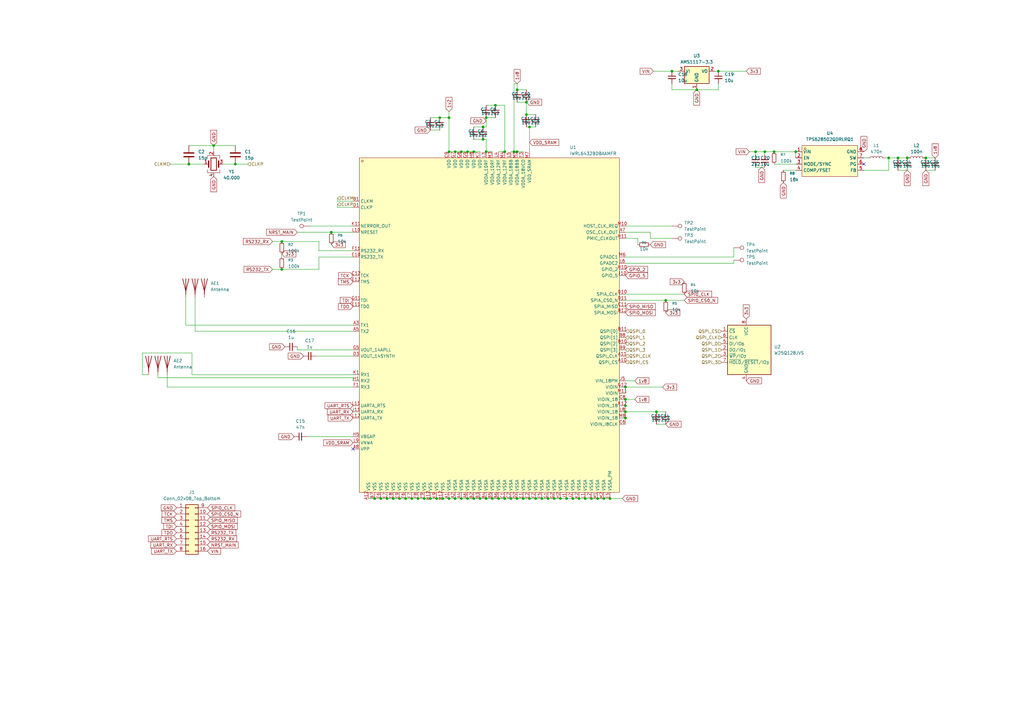
<source format=kicad_sch>
(kicad_sch (version 20250114) (generator "eeschema") (generator_version "9.0")
  (paper "A3")
  (lib_symbols
    (symbol "Connector:TestPoint" (pin_numbers (hide yes)) (pin_names (offset 0.762) (hide yes))
      (property "Reference" "TP" (at 0 6.858 0))
      (property "Value" "TestPoint" (at 0 5.08 0))
      (symbol "TestPoint_1_1"
        (pin passive line (at 0 0 90) (length 2.54) (name "1") (number "1"))
      )
    )
    (symbol "Connector_Generic:Conn_02x08_Top_Bottom" (pin_names (offset 1.016) (hide yes))
      (property "Reference" "J" (at 1.27 10.16 0))
      (property "Value" "Conn_02x08_Top_Bottom" (at 1.27 -12.7 0))
      (symbol "Conn_02x08_Top_Bottom_1_1"
        (pin passive line (at -5.08 7.62 0) (length 3.81) (name "Pin_1") (number "1"))
        (pin passive line (at -5.08 5.08 0) (length 3.81) (name "Pin_2") (number "2"))
        (pin passive line (at -5.08 2.54 0) (length 3.81) (name "Pin_3") (number "3"))
        (pin passive line (at -5.08 0 0) (length 3.81) (name "Pin_4") (number "4"))
        (pin passive line (at -5.08 -2.54 0) (length 3.81) (name "Pin_5") (number "5"))
        (pin passive line (at -5.08 -5.08 0) (length 3.81) (name "Pin_6") (number "6"))
        (pin passive line (at -5.08 -7.62 0) (length 3.81) (name "Pin_7") (number "7"))
        (pin passive line (at -5.08 -10.16 0) (length 3.81) (name "Pin_8") (number "8"))
        (pin passive line (at 7.62 7.62 180) (length 3.81) (name "Pin_9") (number "9"))
        (pin passive line (at 7.62 5.08 180) (length 3.81) (name "Pin_10") (number "10"))
        (pin passive line (at 7.62 2.54 180) (length 3.81) (name "Pin_11") (number "11"))
        (pin passive line (at 7.62 0 180) (length 3.81) (name "Pin_12") (number "12"))
        (pin passive line (at 7.62 -2.54 180) (length 3.81) (name "Pin_13") (number "13"))
        (pin passive line (at 7.62 -5.08 180) (length 3.81) (name "Pin_14") (number "14"))
        (pin passive line (at 7.62 -7.62 180) (length 3.81) (name "Pin_15") (number "15"))
        (pin passive line (at 7.62 -10.16 180) (length 3.81) (name "Pin_16") (number "16"))
      )
    )
    (symbol "Device:Antenna_1" (pin_numbers (hide yes)) (pin_names (offset 1.016) (hide yes))
      (property "Reference" "AE" (at -1.905 1.905 0))
      (property "Value" "Antenna" (at -1.905 0 0))
      (symbol "Antenna_1_1_1"
        (pin input line (at 0 -5.08 90) (length 2.54) (name "A") (number "1"))
        (pin input line (at 3.81 -5.08 90) (length 2.54) (name "A") (number "2"))
        (pin input line (at 7.62 -5.08 90) (length 2.54) (name "A") (number "3"))
      )
    )
    (symbol "Device:C" (pin_numbers (hide yes)) (pin_names (offset 0.254))
      (property "Reference" "C" (at 0.635 2.54 0))
      (property "Value" "C" (at 0.635 -2.54 0))
      (symbol "C_1_1"
        (pin passive line (at 0 3.81 270) (length 2.794) (name "~") (number "1"))
        (pin passive line (at 0 -3.81 90) (length 2.794) (name "~") (number "2"))
      )
    )
    (symbol "Device:C_Small" (pin_numbers (hide yes)) (pin_names (offset 0.254) (hide yes))
      (property "Reference" "C" (at 0.254 1.778 0))
      (property "Value" "C_Small" (at 0.254 -2.032 0))
      (symbol "C_Small_1_1"
        (pin passive line (at 0 2.54 270) (length 2.032) (name "~") (number "1"))
        (pin passive line (at 0 -2.54 90) (length 2.032) (name "~") (number "2"))
      )
    )
    (symbol "Device:Crystal_GND24" (pin_names (offset 1.016) (hide yes))
      (property "Reference" "Y" (at 3.175 5.08 0))
      (property "Value" "Crystal_GND24" (at 3.175 3.175 0))
      (symbol "Crystal_GND24_1_1"
        (pin passive line (at -3.81 0 0) (length 1.27) (name "1") (number "1"))
        (pin passive line (at 0 5.08 270) (length 1.27) (name "2") (number "2"))
        (pin passive line (at 0 -5.08 90) (length 1.27) (name "4") (number "4"))
        (pin passive line (at 3.81 0 180) (length 1.27) (name "3") (number "3"))
      )
    )
    (symbol "Device:L" (pin_numbers (hide yes)) (pin_names (offset 1.016) (hide yes))
      (property "Reference" "L" (at -1.27 0 90))
      (property "Value" "L" (at 1.905 0 90))
      (symbol "L_1_1"
        (pin passive line (at 0 3.81 270) (length 1.27) (name "1") (number "1"))
        (pin passive line (at 0 -3.81 90) (length 1.27) (name "2") (number "2"))
      )
    )
    (symbol "Device:R_Small" (pin_numbers (hide yes)) (pin_names (offset 0.254) (hide yes))
      (property "Reference" "R" (at 0 0 90))
      (property "Value" "R_Small" (at 1.778 0 90))
      (symbol "R_Small_1_1"
        (pin passive line (at 0 2.54 270) (length 0.762) (name "~") (number "1"))
        (pin passive line (at 0 -2.54 90) (length 0.762) (name "~") (number "2"))
      )
    )
    (symbol "Memory_Flash:W25Q128JVS"
      (property "Reference" "U" (at -6.35 11.43 0))
      (property "Value" "W25Q128JVS" (at 7.62 11.43 0))
      (symbol "W25Q128JVS_1_1"
        (pin input line (at -10.16 7.62 0) (length 2.54) (name "~{CS}") (number "1"))
        (pin input line (at -10.16 5.08 0) (length 2.54) (name "CLK") (number "6"))
        (pin bidirectional line (at -10.16 2.54 0) (length 2.54) (name "DI/IO_{0}") (number "5"))
        (pin bidirectional line (at -10.16 0 0) (length 2.54) (name "DO/IO_{1}") (number "2"))
        (pin bidirectional line (at -10.16 -2.54 0) (length 2.54) (name "~{WP}/IO_{2}") (number "3"))
        (pin bidirectional line (at -10.16 -5.08 0) (length 2.54) (name "~{HOLD}/~{RESET}/IO_{3}") (number "7"))
        (pin power_in line (at 0 12.7 270) (length 2.54) (name "VCC") (number "8"))
        (pin power_in line (at 0 -12.7 90) (length 2.54) (name "GND") (number "4"))
      )
    )
    (symbol "Regulator_Linear:AMS1117-3.3"
      (property "Reference" "U" (at -3.81 3.175 0))
      (property "Value" "AMS1117-3.3" (at 0 3.175 0))
      (symbol "AMS1117-3.3_1_1"
        (pin power_in line (at -7.62 0 0) (length 2.54) (name "VI") (number "3"))
        (pin power_in line (at 0 -7.62 90) (length 2.54) (name "GND") (number "1"))
        (pin power_out line (at 7.62 0 180) (length 2.54) (name "VO") (number "2"))
      )
    )
    (symbol "easyeda2kicad:IWRL6432BDBAAMFR"
      (property "Reference" "U" (at 0 76.2 0))
      (property "Value" "IWRL6432BDBAAMFR" (at 0 -76.2 0))
      (symbol "IWRL6432BDBAAMFR_0_1"
        (pin unspecified line (at -55.88 50.8 0) (length 2.54) (name "CLKM") (number "B1"))
        (pin unspecified line (at -55.88 48.26 0) (length 2.54) (name "CLKP") (number "D1"))
        (pin unspecified line (at -55.88 40.64 0) (length 2.54) (name "NERROR_OUT") (number "K11"))
        (pin unspecified line (at -55.88 38.1 0) (length 2.54) (name "NRESET") (number "L10"))
        (pin unspecified line (at -55.88 30.48 0) (length 2.54) (name "RS232_RX") (number "F11"))
        (pin unspecified line (at -55.88 27.94 0) (length 2.54) (name "RS232_TX") (number "E10"))
        (pin unspecified line (at -55.88 20.32 0) (length 2.54) (name "TCK") (number "C12"))
        (pin unspecified line (at -55.88 17.78 0) (length 2.54) (name "TMS") (number "E12"))
        (pin unspecified line (at -55.88 10.16 0) (length 2.54) (name "TDI") (number "G11"))
        (pin unspecified line (at -55.88 7.62 0) (length 2.54) (name "TDO") (number "E11"))
        (pin unspecified line (at -55.88 0 0) (length 2.54) (name "TX1") (number "A3"))
        (pin unspecified line (at -55.88 -2.54 0) (length 2.54) (name "TX2") (number "A5"))
        (pin unspecified line (at -55.88 -10.16 0) (length 2.54) (name "VOUT_14APLL") (number "G5"))
        (pin unspecified line (at -55.88 -12.7 0) (length 2.54) (name "VOUT_14SYNTH") (number "D3"))
        (pin unspecified line (at -55.88 -20.32 0) (length 2.54) (name "RX1") (number "K1"))
        (pin unspecified line (at -55.88 -22.86 0) (length 2.54) (name "RX2") (number "H1"))
        (pin unspecified line (at -55.88 -25.4 0) (length 2.54) (name "RX3") (number "F1"))
        (pin unspecified line (at -55.88 -33.02 0) (length 2.54) (name "UARTA_RTS") (number "L11"))
        (pin unspecified line (at -55.88 -35.56 0) (length 2.54) (name "UARTA_RX") (number "J11"))
        (pin unspecified line (at -55.88 -38.1 0) (length 2.54) (name "UARTA_TX") (number "L12"))
        (pin unspecified line (at -55.88 -45.72 0) (length 2.54) (name "VBGAP") (number "H5"))
        (pin unspecified line (at -55.88 -48.26 0) (length 2.54) (name "VNWA") (number "L9"))
        (pin unspecified line (at -55.88 -50.8 0) (length 2.54) (name "VPP") (number "A8"))
        (pin unspecified line (at -49.53 -71.12 90) (length 2.54) (name "VSS") (number "A12"))
        (pin unspecified line (at -46.99 -71.12 90) (length 2.54) (name "VSS") (number "B7"))
        (pin unspecified line (at -44.45 -71.12 90) (length 2.54) (name "VSS") (number "E6"))
        (pin unspecified line (at -41.91 -71.12 90) (length 2.54) (name "VSS") (number "E7"))
        (pin unspecified line (at -39.37 -71.12 90) (length 2.54) (name "VSS") (number "E8"))
        (pin unspecified line (at -36.83 -71.12 90) (length 2.54) (name "VSS") (number "E9"))
        (pin unspecified line (at -34.29 -71.12 90) (length 2.54) (name "VSS") (number "F6"))
        (pin unspecified line (at -31.75 -71.12 90) (length 2.54) (name "VSS") (number "F7"))
        (pin unspecified line (at -29.21 -71.12 90) (length 2.54) (name "VSS") (number "F8"))
        (pin unspecified line (at -26.67 -71.12 90) (length 2.54) (name "VSS") (number "F9"))
        (pin unspecified line (at -24.13 -71.12 90) (length 2.54) (name "VSS") (number "H12"))
        (pin unspecified line (at -21.59 -71.12 90) (length 2.54) (name "VSS") (number "K9"))
        (pin unspecified line (at -19.05 -71.12 90) (length 2.54) (name "VSS") (number "M12"))
        (pin unspecified line (at -16.51 71.12 270) (length 2.54) (name "VDD") (number "C9"))
        (pin unspecified line (at -16.51 -71.12 90) (length 2.54) (name "VSSA") (number "A1"))
        (pin unspecified line (at -13.97 71.12 270) (length 2.54) (name "VDD") (number "G7"))
        (pin unspecified line (at -13.97 -71.12 90) (length 2.54) (name "VSSA") (number "A2"))
        (pin unspecified line (at -11.43 71.12 270) (length 2.54) (name "VDD") (number "G8"))
        (pin unspecified line (at -11.43 -71.12 90) (length 2.54) (name "VSSA") (number "A4"))
        (pin unspecified line (at -8.89 71.12 270) (length 2.54) (name "VDD") (number "G9"))
        (pin unspecified line (at -8.89 -71.12 90) (length 2.54) (name "VSSA") (number "A6"))
        (pin unspecified line (at -6.35 71.12 270) (length 2.54) (name "VDD") (number "H8"))
        (pin unspecified line (at -6.35 -71.12 90) (length 2.54) (name "VSSA") (number "B2"))
        (pin unspecified line (at -3.81 71.12 270) (length 2.54) (name "VDD") (number "K7"))
        (pin unspecified line (at -3.81 -71.12 90) (length 2.54) (name "VSSA") (number "B3"))
        (pin unspecified line (at -1.27 71.12 270) (length 2.54) (name "VDDA_10RF") (number "L3"))
        (pin unspecified line (at -1.27 -71.12 90) (length 2.54) (name "VSSA") (number "B4"))
        (pin unspecified line (at 1.27 71.12 270) (length 2.54) (name "VDDA_10RF") (number "M3"))
        (pin unspecified line (at 1.27 -71.12 90) (length 2.54) (name "VSSA") (number "B5"))
        (pin unspecified line (at 3.81 71.12 270) (length 2.54) (name "VDDA_12RF") (number "L4"))
        (pin unspecified line (at 3.81 -71.12 90) (length 2.54) (name "VSSA") (number "B6"))
        (pin unspecified line (at 6.35 71.12 270) (length 2.54) (name "VDDA_12RF") (number "M4"))
        (pin unspecified line (at 6.35 -71.12 90) (length 2.54) (name "VSSA") (number "C1"))
        (pin unspecified line (at 8.89 71.12 270) (length 2.54) (name "VDDA_18BB") (number "L5"))
        (pin unspecified line (at 8.89 -71.12 90) (length 2.54) (name "VSSA") (number "C2"))
        (pin unspecified line (at 11.43 71.12 270) (length 2.54) (name "VDDA_18BB") (number "M5"))
        (pin unspecified line (at 11.43 -71.12 90) (length 2.54) (name "VSSA") (number "D2"))
        (pin unspecified line (at 13.97 71.12 270) (length 2.54) (name "VDDA_18VCO") (number "F3"))
        (pin unspecified line (at 13.97 -71.12 90) (length 2.54) (name "VSSA") (number "E1"))
        (pin unspecified line (at 16.51 71.12 270) (length 2.54) (name "VDD_SRAM") (number "M7"))
        (pin unspecified line (at 16.51 -71.12 90) (length 2.54) (name "VSSA") (number "E2"))
        (pin unspecified line (at 19.05 -71.12 90) (length 2.54) (name "VSSA") (number "F2"))
        (pin unspecified line (at 21.59 -71.12 90) (length 2.54) (name "VSSA") (number "F5"))
        (pin unspecified line (at 24.13 -71.12 90) (length 2.54) (name "VSSA") (number "G1"))
        (pin unspecified line (at 26.67 -71.12 90) (length 2.54) (name "VSSA") (number "G2"))
        (pin unspecified line (at 29.21 -71.12 90) (length 2.54) (name "VSSA") (number "H2"))
        (pin unspecified line (at 31.75 -71.12 90) (length 2.54) (name "VSSA") (number "J1"))
        (pin unspecified line (at 34.29 -71.12 90) (length 2.54) (name "VSSA") (number "J2"))
        (pin unspecified line (at 36.83 -71.12 90) (length 2.54) (name "VSSA") (number "K2"))
        (pin unspecified line (at 39.37 -71.12 90) (length 2.54) (name "VSSA") (number "L1"))
        (pin unspecified line (at 41.91 -71.12 90) (length 2.54) (name "VSSA") (number "L2"))
        (pin unspecified line (at 44.45 -71.12 90) (length 2.54) (name "VSSA") (number "M1"))
        (pin unspecified line (at 46.99 -71.12 90) (length 2.54) (name "VSSA") (number "M2"))
        (pin unspecified line (at 49.53 -71.12 90) (length 2.54) (name "VSSA_PM") (number "E5"))
        (pin unspecified line (at 55.88 40.64 180) (length 2.54) (name "HOST_CLK_REQ") (number "M10"))
        (pin unspecified line (at 55.88 38.1 180) (length 2.54) (name "OSC_CLK_OUT") (number "A7"))
        (pin unspecified line (at 55.88 35.56 180) (length 2.54) (name "PMIC_CLKOUT") (number "H11"))
        (pin unspecified line (at 55.88 27.94 180) (length 2.54) (name "GPADC1") (number "M6"))
        (pin unspecified line (at 55.88 25.4 180) (length 2.54) (name "GPADC2") (number "L6"))
        (pin unspecified line (at 55.88 22.86 180) (length 2.54) (name "GPIO_2") (number "H10"))
        (pin unspecified line (at 55.88 20.32 180) (length 2.54) (name "GPIO_5") (number "J10"))
        (pin unspecified line (at 55.88 12.7 180) (length 2.54) (name "SPIA_CLK") (number "D10"))
        (pin unspecified line (at 55.88 10.16 180) (length 2.54) (name "SPIA_CS0_N") (number "D11"))
        (pin unspecified line (at 55.88 7.62 180) (length 2.54) (name "SPIA_MISO") (number "C11"))
        (pin unspecified line (at 55.88 5.08 180) (length 2.54) (name "SPIA_MOSI") (number "B12"))
        (pin unspecified line (at 55.88 -2.54 180) (length 2.54) (name "QSPI[0]") (number "B11"))
        (pin unspecified line (at 55.88 -5.08 180) (length 2.54) (name "QSPI[1]") (number "B8"))
        (pin unspecified line (at 55.88 -7.62 180) (length 2.54) (name "QSPI[2]") (number "B10"))
        (pin unspecified line (at 55.88 -10.16 180) (length 2.54) (name "QSPI[3]") (number "B9"))
        (pin unspecified line (at 55.88 -12.7 180) (length 2.54) (name "QSPI_CLK") (number "A11"))
        (pin unspecified line (at 55.88 -15.24 180) (length 2.54) (name "QSPI_CS") (number "A10"))
        (pin unspecified line (at 55.88 -22.86 180) (length 2.54) (name "VIN_18PM") (number "J5"))
        (pin unspecified line (at 55.88 -25.4 180) (length 2.54) (name "VIOIN") (number "G12"))
        (pin unspecified line (at 55.88 -27.94 180) (length 2.54) (name "VIOIN") (number "M11"))
        (pin unspecified line (at 55.88 -30.48 180) (length 2.54) (name "VIOIN_18") (number "C8"))
        (pin unspecified line (at 55.88 -33.02 180) (length 2.54) (name "VIOIN_18") (number "K12"))
        (pin unspecified line (at 55.88 -35.56 180) (length 2.54) (name "VIOIN_18") (number "L8"))
        (pin unspecified line (at 55.88 -38.1 180) (length 2.54) (name "VIOIN_18") (number "M8"))
        (pin unspecified line (at 55.88 -40.64 180) (length 2.54) (name "VIOIN_I8CLK") (number "C6"))
      )
    )
    (symbol "easyeda2kicad:TPS628502QDRLRQ1"
      (property "Reference" "U" (at 0 8.89 0))
      (property "Value" "TPS628502QDRLRQ1" (at 0 -8.89 0))
      (symbol "TPS628502QDRLRQ1_0_1"
        (pin unspecified line (at -13.97 3.81 0) (length 2.54) (name "VIN") (number "1"))
        (pin unspecified line (at -13.97 1.27 0) (length 2.54) (name "EN") (number "2"))
        (pin unspecified line (at -13.97 -1.27 0) (length 2.54) (name "MODE/SYNC") (number "3"))
        (pin unspecified line (at -13.97 -3.81 0) (length 2.54) (name "COMP/FSET") (number "4"))
        (pin unspecified line (at 13.97 3.81 180) (length 2.54) (name "GND") (number "8"))
        (pin unspecified line (at 13.97 1.27 180) (length 2.54) (name "SW") (number "7"))
        (pin unspecified line (at 13.97 -1.27 180) (length 2.54) (name "PG") (number "6"))
        (pin unspecified line (at 13.97 -3.81 180) (length 2.54) (name "FB") (number "5"))
      )
    )
  )
  (junction (at 180.34 48.26))
  (junction (at 191.77 204.47))
  (junction (at 196.85 204.47))
  (junction (at 309.88 62.23))
  (junction (at 212.09 204.47))
  (junction (at 222.25 204.47))
  (junction (at 181.61 204.47))
  (junction (at 199.39 48.26))
  (junction (at 256.54 158.75))
  (junction (at 189.23 62.23))
  (junction (at 198.12 57.15))
  (junction (at 234.95 204.47))
  (junction (at 256.54 166.37))
  (junction (at 245.11 204.47))
  (junction (at 184.15 204.47))
  (junction (at 364.49 64.77))
  (junction (at 179.07 204.47))
  (junction (at 161.29 204.47))
  (junction (at 171.45 204.47))
  (junction (at 294.64 29.21))
  (junction (at 217.17 52.07))
  (junction (at 250.19 204.47))
  (junction (at 115.57 110.49))
  (junction (at 198.12 52.07))
  (junction (at 219.71 204.47))
  (junction (at 203.2 43.18))
  (junction (at 256.54 163.83))
  (junction (at 135.89 95.25))
  (junction (at 368.3 64.77))
  (junction (at 273.05 123.19))
  (junction (at 153.67 204.47))
  (junction (at 186.69 62.23))
  (junction (at 156.21 204.47))
  (junction (at 242.57 204.47))
  (junction (at 201.93 204.47))
  (junction (at 184.15 62.23))
  (junction (at 199.39 62.23))
  (junction (at 210.82 62.23))
  (junction (at 176.53 204.47))
  (junction (at 199.39 204.47))
  (junction (at 217.17 204.47))
  (junction (at 247.65 204.47))
  (junction (at 240.03 204.47))
  (junction (at 372.11 64.77))
  (junction (at 256.54 168.91))
  (junction (at 379.73 64.77))
  (junction (at 166.37 204.47))
  (junction (at 194.31 204.47))
  (junction (at 237.49 204.47))
  (junction (at 115.57 99.06))
  (junction (at 184.15 48.26))
  (junction (at 326.39 62.23))
  (junction (at 269.24 168.91))
  (junction (at 186.69 204.47))
  (junction (at 227.33 204.47))
  (junction (at 224.79 204.47))
  (junction (at 77.47 67.31))
  (junction (at 229.87 204.47))
  (junction (at 209.55 204.47))
  (junction (at 215.9 41.91))
  (junction (at 256.54 171.45))
  (junction (at 317.5 62.23))
  (junction (at 194.31 62.23))
  (junction (at 168.91 204.47))
  (junction (at 87.63 59.69))
  (junction (at 158.75 204.47))
  (junction (at 96.52 67.31))
  (junction (at 207.01 204.47))
  (junction (at 207.01 62.23))
  (junction (at 212.09 62.23))
  (junction (at 215.9 46.99))
  (junction (at 191.77 62.23))
  (junction (at 163.83 204.47))
  (junction (at 313.69 62.23))
  (junction (at 214.63 204.47))
  (junction (at 189.23 204.47))
  (junction (at 212.09 36.83))
  (junction (at 232.41 204.47))
  (junction (at 173.99 204.47))
  (junction (at 204.47 204.47))
  (junction (at 285.75 36.83))
  (junction (at 275.59 29.21))
  (no_connect (at 354.33 67.31))
  (no_connect (at 144.78 184.15))
  (wire (pts (xy 209.55 204.47) (xy 212.09 204.47)))
  (wire (pts (xy 379.73 69.85) (xy 383.54 69.85)))
  (wire (pts (xy 138.43 85.09) (xy 144.78 85.09)))
  (wire (pts (xy 261.62 97.79) (xy 261.62 100.33)))
  (wire (pts (xy 273.05 123.19) (xy 256.54 123.19)))
  (wire (pts (xy 212.09 34.29) (xy 212.09 36.83)))
  (wire (pts (xy 151.13 204.47) (xy 153.67 204.47)))
  (wire (pts (xy 138.43 82.55) (xy 144.78 82.55)))
  (wire (pts (xy 69.85 67.31) (xy 77.47 67.31)))
  (wire (pts (xy 163.83 204.47) (xy 166.37 204.47)))
  (wire (pts (xy 294.64 36.83) (xy 285.75 36.83)))
  (wire (pts (xy 176.53 204.47) (xy 179.07 204.47)))
  (wire (pts (xy 222.25 204.47) (xy 224.79 204.47)))
  (wire (pts (xy 78.74 153.67) (xy 144.78 153.67)))
  (wire (pts (xy 173.99 204.47) (xy 176.53 204.47)))
  (wire (pts (xy 326.39 62.23) (xy 326.39 64.77)))
  (wire (pts (xy 207.01 43.18) (xy 207.01 62.23)))
  (wire (pts (xy 256.54 156.21) (xy 260.35 156.21)))
  (wire (pts (xy 181.61 204.47) (xy 184.15 204.47)))
  (wire (pts (xy 207.01 204.47) (xy 209.55 204.47)))
  (wire (pts (xy 256.54 168.91) (xy 256.54 171.45)))
  (wire (pts (xy 96.52 67.31) (xy 101.6 67.31)))
  (wire (pts (xy 317.5 67.31) (xy 326.39 67.31)))
  (wire (pts (xy 256.54 105.41) (xy 300.99 105.41)))
  (wire (pts (xy 275.59 97.79) (xy 266.7 97.79)))
  (wire (pts (xy 256.54 168.91) (xy 269.24 168.91)))
  (wire (pts (xy 77.47 59.69) (xy 87.63 59.69)))
  (wire (pts (xy 227.33 204.47) (xy 229.87 204.47)))
  (wire (pts (xy 217.17 52.07) (xy 217.17 62.23)))
  (wire (pts (xy 78.74 144.78) (xy 78.74 153.67)))
  (wire (pts (xy 115.57 110.49) (xy 130.81 110.49)))
  (wire (pts (xy 242.57 204.47) (xy 245.11 204.47)))
  (wire (pts (xy 215.9 52.07) (xy 217.17 52.07)))
  (wire (pts (xy 215.9 46.99) (xy 219.71 46.99)))
  (wire (pts (xy 203.2 43.18) (xy 207.01 43.18)))
  (wire (pts (xy 245.11 204.47) (xy 247.65 204.47)))
  (wire (pts (xy 368.3 69.85) (xy 372.11 69.85)))
  (wire (pts (xy 130.81 105.41) (xy 144.78 105.41)))
  (wire (pts (xy 64.77 154.94) (xy 144.78 154.94)))
  (wire (pts (xy 368.3 64.77) (xy 372.11 64.77)))
  (wire (pts (xy 266.7 95.25) (xy 256.54 95.25)))
  (wire (pts (xy 212.09 204.47) (xy 214.63 204.47)))
  (wire (pts (xy 87.63 59.69) (xy 87.63 62.23)))
  (wire (pts (xy 199.39 204.47) (xy 201.93 204.47)))
  (wire (pts (xy 217.17 204.47) (xy 219.71 204.47)))
  (wire (pts (xy 307.34 62.23) (xy 309.88 62.23)))
  (wire (pts (xy 250.19 204.47) (xy 255.27 204.47)))
  (wire (pts (xy 186.69 62.23) (xy 189.23 62.23)))
  (wire (pts (xy 166.37 204.47) (xy 168.91 204.47)))
  (wire (pts (xy 269.24 173.99) (xy 273.05 173.99)))
  (wire (pts (xy 138.43 81.28) (xy 138.43 82.55)))
  (wire (pts (xy 219.71 204.47) (xy 222.25 204.47)))
  (wire (pts (xy 267.97 29.21) (xy 275.59 29.21)))
  (wire (pts (xy 77.47 67.31) (xy 83.82 67.31)))
  (wire (pts (xy 80.01 121.92) (xy 80.01 135.89)))
  (wire (pts (xy 115.57 99.06) (xy 130.81 99.06)))
  (wire (pts (xy 275.59 29.21) (xy 278.13 29.21)))
  (wire (pts (xy 189.23 62.23) (xy 191.77 62.23)))
  (wire (pts (xy 256.54 97.79) (xy 261.62 97.79)))
  (wire (pts (xy 91.44 67.31) (xy 96.52 67.31)))
  (wire (pts (xy 313.69 62.23) (xy 313.69 63.5)))
  (wire (pts (xy 293.37 29.21) (xy 294.64 29.21)))
  (wire (pts (xy 317.5 62.23) (xy 326.39 62.23)))
  (wire (pts (xy 199.39 48.26) (xy 199.39 52.07)))
  (wire (pts (xy 354.33 69.85) (xy 364.49 69.85)))
  (wire (pts (xy 144.78 179.07) (xy 125.73 179.07)))
  (wire (pts (xy 256.54 166.37) (xy 256.54 168.91)))
  (wire (pts (xy 198.12 57.15) (xy 199.39 57.15)))
  (wire (pts (xy 138.43 83.82) (xy 138.43 85.09)))
  (wire (pts (xy 194.31 204.47) (xy 196.85 204.47)))
  (wire (pts (xy 294.64 34.29) (xy 294.64 36.83)))
  (wire (pts (xy 161.29 204.47) (xy 163.83 204.47)))
  (wire (pts (xy 240.03 204.47) (xy 242.57 204.47)))
  (wire (pts (xy 364.49 69.85) (xy 364.49 64.77)))
  (wire (pts (xy 212.09 41.91) (xy 215.9 41.91)))
  (wire (pts (xy 76.2 133.35) (xy 144.78 133.35)))
  (wire (pts (xy 313.69 62.23) (xy 317.5 62.23)))
  (wire (pts (xy 68.58 153.67) (xy 68.58 158.75)))
  (wire (pts (xy 87.63 59.69) (xy 96.52 59.69)))
  (wire (pts (xy 135.89 95.25) (xy 144.78 95.25)))
  (wire (pts (xy 111.76 99.06) (xy 115.57 99.06)))
  (wire (pts (xy 191.77 204.47) (xy 194.31 204.47)))
  (wire (pts (xy 158.75 204.47) (xy 161.29 204.47)))
  (wire (pts (xy 191.77 62.23) (xy 194.31 62.23)))
  (wire (pts (xy 153.67 204.47) (xy 156.21 204.47)))
  (wire (pts (xy 256.54 158.75) (xy 256.54 161.29)))
  (wire (pts (xy 168.91 204.47) (xy 171.45 204.47)))
  (wire (pts (xy 199.39 48.26) (xy 203.2 48.26)))
  (wire (pts (xy 176.53 53.34) (xy 180.34 53.34)))
  (wire (pts (xy 280.67 123.19) (xy 273.05 123.19)))
  (wire (pts (xy 199.39 43.18) (xy 203.2 43.18)))
  (wire (pts (xy 58.42 144.78) (xy 78.74 144.78)))
  (wire (pts (xy 256.54 92.71) (xy 275.59 92.71)))
  (wire (pts (xy 379.73 64.77) (xy 383.54 64.77)))
  (wire (pts (xy 121.92 143.51) (xy 121.92 142.24)))
  (wire (pts (xy 60.96 153.67) (xy 58.42 153.67)))
  (wire (pts (xy 186.69 204.47) (xy 189.23 204.47)))
  (wire (pts (xy 204.47 62.23) (xy 207.01 62.23)))
  (wire (pts (xy 363.22 64.77) (xy 364.49 64.77)))
  (wire (pts (xy 144.78 135.89) (xy 80.01 135.89)))
  (wire (pts (xy 229.87 204.47) (xy 232.41 204.47)))
  (wire (pts (xy 275.59 34.29) (xy 275.59 36.83)))
  (wire (pts (xy 201.93 204.47) (xy 204.47 204.47)))
  (wire (pts (xy 354.33 64.77) (xy 355.6 64.77)))
  (wire (pts (xy 130.81 99.06) (xy 130.81 102.87)))
  (wire (pts (xy 194.31 52.07) (xy 198.12 52.07)))
  (wire (pts (xy 309.88 68.58) (xy 313.69 68.58)))
  (wire (pts (xy 275.59 36.83) (xy 285.75 36.83)))
  (wire (pts (xy 232.41 204.47) (xy 234.95 204.47)))
  (wire (pts (xy 269.24 168.91) (xy 273.05 168.91)))
  (wire (pts (xy 256.54 158.75) (xy 271.78 158.75)))
  (wire (pts (xy 196.85 204.47) (xy 199.39 204.47)))
  (wire (pts (xy 176.53 48.26) (xy 180.34 48.26)))
  (wire (pts (xy 256.54 120.65) (xy 280.67 120.65)))
  (wire (pts (xy 266.7 97.79) (xy 266.7 95.25)))
  (wire (pts (xy 199.39 57.15) (xy 199.39 62.23)))
  (wire (pts (xy 212.09 36.83) (xy 215.9 36.83)))
  (wire (pts (xy 58.42 153.67) (xy 58.42 144.78)))
  (wire (pts (xy 184.15 204.47) (xy 186.69 204.47)))
  (wire (pts (xy 199.39 62.23) (xy 201.93 62.23)))
  (wire (pts (xy 321.31 69.85) (xy 326.39 69.85)))
  (wire (pts (xy 300.99 107.95) (xy 300.99 106.68)))
  (wire (pts (xy 68.58 158.75) (xy 144.78 158.75)))
  (wire (pts (xy 210.82 34.29) (xy 210.82 62.23)))
  (wire (pts (xy 129.54 146.05) (xy 144.78 146.05)))
  (wire (pts (xy 212.09 62.23) (xy 214.63 62.23)))
  (wire (pts (xy 256.54 163.83) (xy 256.54 166.37)))
  (wire (pts (xy 194.31 62.23) (xy 196.85 62.23)))
  (wire (pts (xy 256.54 171.45) (xy 256.54 173.99)))
  (wire (pts (xy 214.63 204.47) (xy 217.17 204.47)))
  (wire (pts (xy 210.82 62.23) (xy 209.55 62.23)))
  (wire (pts (xy 215.9 41.91) (xy 215.9 46.99)))
  (wire (pts (xy 144.78 154.94) (xy 144.78 156.21)))
  (wire (pts (xy 130.81 102.87) (xy 144.78 102.87)))
  (wire (pts (xy 237.49 204.47) (xy 240.03 204.47)))
  (wire (pts (xy 184.15 45.72) (xy 184.15 48.26)))
  (wire (pts (xy 224.79 204.47) (xy 227.33 204.47)))
  (wire (pts (xy 76.2 121.92) (xy 76.2 133.35)))
  (wire (pts (xy 313.69 62.23) (xy 309.88 62.23)))
  (wire (pts (xy 210.82 62.23) (xy 212.09 62.23)))
  (wire (pts (xy 115.57 104.14) (xy 115.57 105.41)))
  (wire (pts (xy 121.92 95.25) (xy 135.89 95.25)))
  (wire (pts (xy 247.65 204.47) (xy 250.19 204.47)))
  (wire (pts (xy 364.49 64.77) (xy 368.3 64.77)))
  (wire (pts (xy 204.47 204.47) (xy 207.01 204.47)))
  (wire (pts (xy 234.95 204.47) (xy 237.49 204.47)))
  (wire (pts (xy 260.35 163.83) (xy 256.54 163.83)))
  (wire (pts (xy 217.17 52.07) (xy 219.71 52.07)))
  (wire (pts (xy 130.81 110.49) (xy 130.81 105.41)))
  (wire (pts (xy 127 92.71) (xy 144.78 92.71)))
  (wire (pts (xy 294.64 29.21) (xy 306.07 29.21)))
  (wire (pts (xy 171.45 204.47) (xy 173.99 204.47)))
  (wire (pts (xy 184.15 62.23) (xy 186.69 62.23)))
  (wire (pts (xy 156.21 204.47) (xy 158.75 204.47)))
  (wire (pts (xy 256.54 107.95) (xy 300.99 107.95)))
  (wire (pts (xy 179.07 204.47) (xy 181.61 204.47)))
  (wire (pts (xy 64.77 154.94) (xy 64.77 153.67)))
  (wire (pts (xy 184.15 48.26) (xy 184.15 62.23)))
  (wire (pts (xy 180.34 48.26) (xy 184.15 48.26)))
  (wire (pts (xy 189.23 204.47) (xy 191.77 204.47)))
  (wire (pts (xy 144.78 143.51) (xy 121.92 143.51)))
  (wire (pts (xy 300.99 105.41) (xy 300.99 101.6)))
  (wire (pts (xy 199.39 52.07) (xy 198.12 52.07)))
  (wire (pts (xy 210.82 34.29) (xy 212.09 34.29)))
  (wire (pts (xy 111.76 110.49) (xy 115.57 110.49)))
  (wire (pts (xy 309.88 62.23) (xy 309.88 63.5)))
  (wire (pts (xy 194.31 57.15) (xy 198.12 57.15)))
  (global_label "GND" (shape input) (at 285.75 36.83 270) (property "Intersheetrefs" "${INTERSHEET_REFS}" (effects (hide yes))))
  (global_label "GND" (shape input) (at 379.73 69.85 270) (property "Intersheetrefs" "${INTERSHEET_REFS}" (effects (hide yes))))
  (global_label "VIN" (shape input) (at 267.97 29.21 180) (property "Intersheetrefs" "${INTERSHEET_REFS}" (effects (hide yes))))
  (global_label "SPI0_MOSI" (shape input) (at 256.54 128.27 0) (property "Intersheetrefs" "${INTERSHEET_REFS}" (effects (hide yes))))
  (global_label "UART_RX" (shape input) (at 144.78 168.91 180) (property "Intersheetrefs" "${INTERSHEET_REFS}" (effects (hide yes))))
  (global_label "1v8" (shape input) (at 260.35 163.83 0) (property "Intersheetrefs" "${INTERSHEET_REFS}" (effects (hide yes))))
  (global_label "RS232_TX" (shape input) (at 111.76 110.49 180) (property "Intersheetrefs" "${INTERSHEET_REFS}" (effects (hide yes))))
  (global_label "SPI0_CS0_N" (shape input) (at 85.09 210.82 0) (property "Intersheetrefs" "${INTERSHEET_REFS}" (effects (hide yes))))
  (global_label "RS232_RX" (shape input) (at 85.09 220.98 0) (property "Intersheetrefs" "${INTERSHEET_REFS}" (effects (hide yes))))
  (global_label "GND" (shape input) (at 306.07 156.21 0) (property "Intersheetrefs" "${INTERSHEET_REFS}" (effects (hide yes))))
  (global_label "3v3" (shape input) (at 273.05 128.27 0) (property "Intersheetrefs" "${INTERSHEET_REFS}" (effects (hide yes))))
  (global_label "UART_TX" (shape input) (at 144.78 171.45 180) (property "Intersheetrefs" "${INTERSHEET_REFS}" (effects (hide yes))))
  (global_label "3v3" (shape input) (at 271.78 158.75 0) (property "Intersheetrefs" "${INTERSHEET_REFS}" (effects (hide yes))))
  (global_label "GND" (shape input) (at 120.65 179.07 180) (property "Intersheetrefs" "${INTERSHEET_REFS}" (effects (hide yes))))
  (global_label "TDO" (shape input) (at 144.78 125.73 180) (property "Intersheetrefs" "${INTERSHEET_REFS}" (effects (hide yes))))
  (global_label "GND" (shape input) (at 215.9 41.91 0) (property "Intersheetrefs" "${INTERSHEET_REFS}" (effects (hide yes))))
  (global_label "TMS" (shape input) (at 72.39 213.36 180) (property "Intersheetrefs" "${INTERSHEET_REFS}" (effects (hide yes))))
  (global_label "VDD_SRAM" (shape input) (at 144.78 181.61 180) (property "Intersheetrefs" "${INTERSHEET_REFS}" (effects (hide yes))))
  (global_label "GPIO_5" (shape input) (at 256.54 113.03 0) (property "Intersheetrefs" "${INTERSHEET_REFS}" (effects (hide yes))))
  (global_label "3v3" (shape input) (at 280.67 115.57 180) (property "Intersheetrefs" "${INTERSHEET_REFS}" (effects (hide yes))))
  (global_label "1v8" (shape input) (at 212.09 34.29 90) (property "Intersheetrefs" "${INTERSHEET_REFS}" (effects (hide yes))))
  (global_label "UART_RTS" (shape input) (at 72.39 220.98 180) (property "Intersheetrefs" "${INTERSHEET_REFS}" (effects (hide yes))))
  (global_label "TDI" (shape input) (at 72.39 215.9 180) (property "Intersheetrefs" "${INTERSHEET_REFS}" (effects (hide yes))))
  (global_label "GND" (shape input) (at 87.63 72.39 270) (property "Intersheetrefs" "${INTERSHEET_REFS}" (effects (hide yes))))
  (global_label "NRST_MAIN" (shape input) (at 85.09 223.52 0) (property "Intersheetrefs" "${INTERSHEET_REFS}" (effects (hide yes))))
  (global_label "SPI0_MISO" (shape input) (at 85.09 213.36 0) (property "Intersheetrefs" "${INTERSHEET_REFS}" (effects (hide yes))))
  (global_label "VDD_SRAM" (shape input) (at 217.17 58.42 0) (property "Intersheetrefs" "${INTERSHEET_REFS}" (effects (hide yes))))
  (global_label "GND" (shape input) (at 199.39 49.53 180) (property "Intersheetrefs" "${INTERSHEET_REFS}" (effects (hide yes))))
  (global_label "RS232_TX" (shape input) (at 85.09 218.44 0) (property "Intersheetrefs" "${INTERSHEET_REFS}" (effects (hide yes))))
  (global_label "TDO" (shape input) (at 72.39 218.44 180) (property "Intersheetrefs" "${INTERSHEET_REFS}" (effects (hide yes))))
  (global_label "VIN" (shape input) (at 85.09 226.06 0) (property "Intersheetrefs" "${INTERSHEET_REFS}" (effects (hide yes))))
  (global_label "3v3" (shape input) (at 135.89 100.33 0) (property "Intersheetrefs" "${INTERSHEET_REFS}" (effects (hide yes))))
  (global_label "3v3" (shape input) (at 306.07 130.81 90) (property "Intersheetrefs" "${INTERSHEET_REFS}" (effects (hide yes))))
  (global_label "RS232_RX" (shape input) (at 111.76 99.06 180) (property "Intersheetrefs" "${INTERSHEET_REFS}" (effects (hide yes))))
  (global_label "GND" (shape input) (at 321.31 74.93 270) (property "Intersheetrefs" "${INTERSHEET_REFS}" (effects (hide yes))))
  (global_label "GND" (shape input) (at 124.46 146.05 180) (property "Intersheetrefs" "${INTERSHEET_REFS}" (effects (hide yes))))
  (global_label "1v2" (shape input) (at 184.15 45.72 90) (property "Intersheetrefs" "${INTERSHEET_REFS}" (effects (hide yes))))
  (global_label "GND" (shape input) (at 266.7 100.33 0) (property "Intersheetrefs" "${INTERSHEET_REFS}" (effects (hide yes))))
  (global_label "TDI" (shape input) (at 144.78 123.19 180) (property "Intersheetrefs" "${INTERSHEET_REFS}" (effects (hide yes))))
  (global_label "UART_RTS" (shape input) (at 144.78 166.37 180) (property "Intersheetrefs" "${INTERSHEET_REFS}" (effects (hide yes))))
  (global_label "SPI0_CS0_N" (shape input) (at 280.67 123.19 0) (property "Intersheetrefs" "${INTERSHEET_REFS}" (effects (hide yes))))
  (global_label "1v8" (shape input) (at 260.35 156.21 0) (property "Intersheetrefs" "${INTERSHEET_REFS}" (effects (hide yes))))
  (global_label "TCK" (shape input) (at 144.78 113.03 180) (property "Intersheetrefs" "${INTERSHEET_REFS}" (effects (hide yes))))
  (global_label "GND" (shape input) (at 312.42 68.58 270) (property "Intersheetrefs" "${INTERSHEET_REFS}" (effects (hide yes))))
  (global_label "GND" (shape input) (at 273.05 173.99 0) (property "Intersheetrefs" "${INTERSHEET_REFS}" (effects (hide yes))))
  (global_label "1v8" (shape input) (at 383.54 64.77 90) (property "Intersheetrefs" "${INTERSHEET_REFS}" (effects (hide yes))))
  (global_label "GND" (shape input) (at 354.33 62.23 90) (property "Intersheetrefs" "${INTERSHEET_REFS}" (effects (hide yes))))
  (global_label "GND" (shape input) (at 87.63 59.69 90) (property "Intersheetrefs" "${INTERSHEET_REFS}" (effects (hide yes))))
  (global_label "GND" (shape input) (at 372.11 69.85 270) (property "Intersheetrefs" "${INTERSHEET_REFS}" (effects (hide yes))))
  (global_label "SPI0_MISO" (shape input) (at 256.54 125.73 0) (property "Intersheetrefs" "${INTERSHEET_REFS}" (effects (hide yes))))
  (global_label "TCK" (shape input) (at 72.39 210.82 180) (property "Intersheetrefs" "${INTERSHEET_REFS}" (effects (hide yes))))
  (global_label "NRST_MAIN" (shape input) (at 121.92 95.25 180) (property "Intersheetrefs" "${INTERSHEET_REFS}" (effects (hide yes))))
  (global_label "SPI0_CLK" (shape input) (at 280.67 120.65 0) (property "Intersheetrefs" "${INTERSHEET_REFS}" (effects (hide yes))))
  (global_label "GND" (shape input) (at 72.39 208.28 180) (property "Intersheetrefs" "${INTERSHEET_REFS}" (effects (hide yes))))
  (global_label "UART_RX" (shape input) (at 72.39 223.52 180) (property "Intersheetrefs" "${INTERSHEET_REFS}" (effects (hide yes))))
  (global_label "SPI0_MOSI" (shape input) (at 85.09 215.9 0) (property "Intersheetrefs" "${INTERSHEET_REFS}" (effects (hide yes))))
  (global_label "GPIO_2" (shape input) (at 256.54 110.49 0) (property "Intersheetrefs" "${INTERSHEET_REFS}" (effects (hide yes))))
  (global_label "3v3" (shape input) (at 115.57 104.14 0) (property "Intersheetrefs" "${INTERSHEET_REFS}" (effects (hide yes))))
  (global_label "TMS" (shape input) (at 144.78 115.57 180) (property "Intersheetrefs" "${INTERSHEET_REFS}" (effects (hide yes))))
  (global_label "GND" (shape input) (at 116.84 142.24 180) (property "Intersheetrefs" "${INTERSHEET_REFS}" (effects (hide yes))))
  (global_label "GND" (shape input) (at 255.27 204.47 0) (property "Intersheetrefs" "${INTERSHEET_REFS}" (effects (hide yes))))
  (global_label "GND" (shape input) (at 176.53 53.34 180) (property "Intersheetrefs" "${INTERSHEET_REFS}" (effects (hide yes))))
  (global_label "3v3" (shape input) (at 306.07 29.21 0) (property "Intersheetrefs" "${INTERSHEET_REFS}" (effects (hide yes))))
  (global_label "SPI0_CLK" (shape input) (at 85.09 208.28 0) (property "Intersheetrefs" "${INTERSHEET_REFS}" (effects (hide yes))))
  (global_label "UART_TX" (shape input) (at 72.39 226.06 180) (property "Intersheetrefs" "${INTERSHEET_REFS}" (effects (hide yes))))
  (global_label "VIN" (shape input) (at 307.34 62.23 180) (property "Intersheetrefs" "${INTERSHEET_REFS}" (effects (hide yes))))
  (hierarchical_label "QSPI_1" (shape input) (at 256.54 138.43 0))
  (hierarchical_label "QSPI_2" (shape input) (at 295.91 146.05 180))
  (hierarchical_label "CLKP" (shape input) (at 101.6 67.31 0))
  (hierarchical_label "QSPI_0" (shape input) (at 256.54 135.89 0))
  (hierarchical_label "QSPI_3" (shape input) (at 295.91 148.59 180))
  (hierarchical_label "QSPI_2" (shape input) (at 256.54 140.97 0))
  (hierarchical_label "QSPI_CLK" (shape input) (at 256.54 146.05 0))
  (hierarchical_label "QSPI_0" (shape input) (at 295.91 140.97 180))
  (hierarchical_label "QSPI_CLK" (shape input) (at 295.91 138.43 180))
  (hierarchical_label "CLKP" (shape input) (at 138.43 83.82 0))
  (hierarchical_label "QSPI_CS" (shape input) (at 295.91 135.89 180))
  (hierarchical_label "QSPI_1" (shape input) (at 295.91 143.51 180))
  (hierarchical_label "QSPI_3" (shape input) (at 256.54 143.51 0))
  (hierarchical_label "QSPI_CS" (shape input) (at 256.54 148.59 0))
  (hierarchical_label "CLKM" (shape input) (at 138.43 81.28 0))
  (hierarchical_label "CLKM" (shape input) (at 69.85 67.31 180))
  (symbol (lib_id "Device:C_Small") (at 127 146.05 90) (unit 1)
    (property "Reference" "C17" (at 127.0063 139.7 90))
    (property "Value" "1u" (at 127.0063 142.24 90))
    (property "Footprint" "Capacitor_SMD:C_0603_1608Metric_Pad1.08x0.95mm_HandSolder" (effects (hide yes)))
    (property "Description" "Unpolarized capacitor, small symbol" (effects (hide yes)))
  )
  (symbol (lib_id "Device:R_Small") (at 321.31 72.39 0) (unit 1)
    (property "Reference" "R8" (at 323.85 71.1199 0) (effects (font (size 1.016 1.016)) (justify left)))
    (property "Value" "18k" (at 323.85 73.6599 0) (effects (justify left)))
    (property "Footprint" "Resistor_SMD:R_0402_1005Metric" (effects (hide yes)))
    (property "Description" "Resistor, small symbol" (effects (hide yes)))
  )
  (symbol (lib_id "Device:C_Small") (at 194.31 54.61 0) (unit 1)
    (property "Reference" "C5" (at 192.024 53.848 0) (effects (justify left)))
    (property "Value" "10u" (at 192.278 55.372 0) (effects (justify left)))
    (property "Footprint" "Capacitor_SMD:C_0603_1608Metric_Pad1.08x0.95mm_HandSolder" (effects (hide yes)))
    (property "Description" "Unpolarized capacitor, small symbol" (effects (hide yes)))
  )
  (symbol (lib_id "Device:C_Small") (at 313.69 66.04 0) (unit 1)
    (property "Reference" "C20" (at 311.912 64.77 0) (effects (justify left)))
    (property "Value" "10u" (at 311.912 67.31 0) (effects (justify left)))
    (property "Footprint" "Capacitor_SMD:C_0603_1608Metric" (effects (hide yes)))
    (property "Description" "Unpolarized capacitor, small symbol" (effects (hide yes)))
  )
  (symbol (lib_id "Device:Antenna_1") (at 60.96 148.59 0) (unit 1)
    (property "Reference" "AE2" (at 71.12 147.9549 0) (effects (justify left)))
    (property "Value" "Antenna" (at 71.12 150.4949 0) (effects (justify left)))
    (property "Footprint" "antennas:RX_60GHz_microstrip_inset_patch" (effects (hide yes)))
    (property "Description" "Antenna" (effects (hide yes)))
  )
  (symbol (lib_id "Connector_Generic:Conn_02x08_Top_Bottom") (at 77.47 215.9 0) (unit 1)
    (property "Reference" "J1" (at 78.74 201.93 0))
    (property "Value" "Conn_02x08_Top_Bottom" (at 78.74 204.47 0))
    (property "Footprint" "Connector_PinHeader_2.54mm:PinHeader_2x08_P2.54mm_Vertical" (effects (hide yes)))
    (property "Description" "Generic connector, double row, 02x08, top/bottom pin numbering scheme (row 1: 1...pins_per_row, row2: pins_per_row+1 ... num_pins), script generated (kicad-library-utils/schlib/autogen/connector/)" (effects (hide yes)))
  )
  (symbol (lib_id "Device:C_Small") (at 372.11 67.31 0) (unit 1)
    (property "Reference" "C24" (at 369.824 66.548 0) (effects (justify left)))
    (property "Value" "10u" (at 370.332 68.072 0) (effects (justify left)))
    (property "Footprint" "Capacitor_SMD:C_0603_1608Metric_Pad1.08x0.95mm_HandSolder" (effects (hide yes)))
    (property "Description" "Unpolarized capacitor, small symbol" (effects (hide yes)))
  )
  (symbol (lib_id "Device:L") (at 375.92 64.77 90) (unit 1)
    (property "Reference" "L2" (at 375.92 59.69 90))
    (property "Value" "100n" (at 375.92 62.23 90))
    (property "Footprint" "Inductor_SMD:L_0805_2012Metric_Pad1.05x1.20mm_HandSolder" (effects (hide yes)))
    (property "Description" "Inductor" (effects (hide yes)))
  )
  (symbol (lib_id "Connector:TestPoint") (at 300.99 101.6 270) (unit 1)
    (property "Reference" "TP4" (at 306.07 100.3299 90) (effects (justify left)))
    (property "Value" "TestPoint" (at 306.07 102.8699 90) (effects (justify left)))
    (property "Footprint" "TestPoint:TestPoint_Pad_D1.5mm" (effects (hide yes)))
    (property "Description" "test point" (effects (hide yes)))
  )
  (symbol (lib_id "Device:C_Small") (at 219.71 49.53 0) (unit 1)
    (property "Reference" "C12" (at 217.424 48.768 0) (effects (justify left)))
    (property "Value" "2u2" (at 217.678 50.292 0) (effects (justify left)))
    (property "Footprint" "Capacitor_SMD:C_0603_1608Metric_Pad1.08x0.95mm_HandSolder" (effects (hide yes)))
    (property "Description" "Unpolarized capacitor, small symbol" (effects (hide yes)))
  )
  (symbol (lib_id "Device:R_Small") (at 273.05 125.73 0) (unit 1)
    (property "Reference" "R5" (at 275.59 124.4599 0) (effects (font (size 1.016 1.016)) (justify left)))
    (property "Value" "10k" (at 275.59 126.9999 0) (effects (justify left)))
    (property "Footprint" "Resistor_SMD:R_0402_1005Metric" (effects (hide yes)))
    (property "Description" "Resistor, small symbol" (effects (hide yes)))
  )
  (symbol (lib_id "Device:C_Small") (at 215.9 49.53 0) (unit 1)
    (property "Reference" "C11" (at 213.614 48.768 0) (effects (justify left)))
    (property "Value" "10u" (at 213.868 50.292 0) (effects (justify left)))
    (property "Footprint" "Capacitor_SMD:C_0603_1608Metric_Pad1.08x0.95mm_HandSolder" (effects (hide yes)))
    (property "Description" "Unpolarized capacitor, small symbol" (effects (hide yes)))
  )
  (symbol (lib_id "Device:C_Small") (at 269.24 171.45 0) (unit 1)
    (property "Reference" "C13" (at 266.954 170.688 0) (effects (justify left)))
    (property "Value" "10u" (at 267.208 172.212 0) (effects (justify left)))
    (property "Footprint" "Capacitor_SMD:C_0603_1608Metric_Pad1.08x0.95mm_HandSolder" (effects (hide yes)))
    (property "Description" "Unpolarized capacitor, small symbol" (effects (hide yes)))
  )
  (symbol (lib_id "Device:C_Small") (at 215.9 39.37 0) (unit 1)
    (property "Reference" "C10" (at 213.614 38.608 0) (effects (justify left)))
    (property "Value" "2u2" (at 213.868 40.132 0) (effects (justify left)))
    (property "Footprint" "Capacitor_SMD:C_0603_1608Metric_Pad1.08x0.95mm_HandSolder" (effects (hide yes)))
    (property "Description" "Unpolarized capacitor, small symbol" (effects (hide yes)))
  )
  (symbol (lib_id "Device:C_Small") (at 275.59 31.75 0) (unit 1)
    (property "Reference" "C18" (at 278.13 30.4862 0) (effects (justify left)))
    (property "Value" "10u" (at 278.13 33.0262 0) (effects (justify left)))
    (property "Footprint" "Capacitor_SMD:C_0603_1608Metric" (effects (hide yes)))
    (property "Description" "Unpolarized capacitor, small symbol" (effects (hide yes)))
  )
  (symbol (lib_id "Connector:TestPoint") (at 300.99 106.68 270) (unit 1)
    (property "Reference" "TP5" (at 306.07 105.4099 90) (effects (justify left)))
    (property "Value" "TestPoint" (at 306.07 107.9499 90) (effects (justify left)))
    (property "Footprint" "TestPoint:TestPoint_Pad_D1.5mm" (effects (hide yes)))
    (property "Description" "test point" (effects (hide yes)))
  )
  (symbol (lib_id "Device:C_Small") (at 198.12 54.61 0) (unit 1)
    (property "Reference" "C6" (at 195.834 53.848 0) (effects (justify left)))
    (property "Value" "2u2" (at 196.088 55.372 0) (effects (justify left)))
    (property "Footprint" "Capacitor_SMD:C_0603_1608Metric_Pad1.08x0.95mm_HandSolder" (effects (hide yes)))
    (property "Description" "Unpolarized capacitor, small symbol" (effects (hide yes)))
  )
  (symbol (lib_id "Regulator_Linear:AMS1117-3.3") (at 285.75 29.21 0) (unit 1)
    (property "Reference" "U3" (at 285.75 22.86 0))
    (property "Value" "AMS1117-3.3" (at 285.75 25.4 0))
    (property "Footprint" "Package_TO_SOT_SMD:SOT-223-3_TabPin2" (effects (hide yes)))
    (property "Datasheet" "http://www.advanced-monolithic.com/pdf/ds1117.pdf" (effects (hide yes)))
    (property "Description" "1A Low Dropout regulator, positive, 3.3V fixed output, SOT-223" (effects (hide yes)))
  )
  (symbol (lib_id "Device:R_Small") (at 115.57 107.95 0) (unit 1)
    (property "Reference" "R3" (at 118.11 106.6799 0) (effects (font (size 1.016 1.016)) (justify left)))
    (property "Value" "100k" (at 118.11 109.2199 0) (effects (justify left)))
    (property "Footprint" "Resistor_SMD:R_0402_1005Metric" (effects (hide yes)))
    (property "Description" "Resistor, small symbol" (effects (hide yes)))
  )
  (symbol (lib_id "Device:R_Small") (at 264.16 100.33 270) (unit 1)
    (property "Reference" "R1" (at 264.16 99.568 90) (effects (font (size 1.016 1.016))))
    (property "Value" "10k" (at 264.16 102.108 90))
    (property "Footprint" "Resistor_SMD:R_0402_1005Metric" (effects (hide yes)))
    (property "Description" "Resistor, small symbol" (effects (hide yes)))
  )
  (symbol (lib_id "Device:C_Small") (at 203.2 45.72 0) (unit 1)
    (property "Reference" "C8" (at 200.914 44.958 0) (effects (justify left)))
    (property "Value" "2u2" (at 201.168 46.482 0) (effects (justify left)))
    (property "Footprint" "Capacitor_SMD:C_0603_1608Metric_Pad1.08x0.95mm_HandSolder" (effects (hide yes)))
    (property "Description" "Unpolarized capacitor, small symbol" (effects (hide yes)))
  )
  (symbol (lib_id "Device:C_Small") (at 123.19 179.07 90) (unit 1)
    (property "Reference" "C15" (at 123.1963 172.72 90))
    (property "Value" "47n" (at 123.1963 175.26 90))
    (property "Footprint" "Capacitor_SMD:C_0402_1005Metric_Pad0.74x0.62mm_HandSolder" (effects (hide yes)))
    (property "Description" "Unpolarized capacitor, small symbol" (effects (hide yes)))
  )
  (symbol (lib_id "Device:L") (at 359.41 64.77 90) (unit 1)
    (property "Reference" "L1" (at 359.41 59.69 90))
    (property "Value" "470n" (at 359.41 62.23 90))
    (property "Footprint" "Inductor_SMD:L_0805_2012Metric_Pad1.05x1.20mm_HandSolder" (effects (hide yes)))
    (property "Description" "Inductor" (effects (hide yes)))
  )
  (symbol (lib_id "Device:C_Small") (at 379.73 67.31 0) (unit 1)
    (property "Reference" "C23" (at 377.444 66.548 0) (effects (justify left)))
    (property "Value" "10u" (at 377.698 68.072 0) (effects (justify left)))
    (property "Footprint" "Capacitor_SMD:C_0603_1608Metric_Pad1.08x0.95mm_HandSolder" (effects (hide yes)))
    (property "Description" "Unpolarized capacitor, small symbol" (effects (hide yes)))
  )
  (symbol (lib_id "Device:R_Small") (at 317.5 64.77 0) (unit 1)
    (property "Reference" "R7" (at 320.04 63.4999 0) (effects (font (size 1.016 1.016)) (justify left)))
    (property "Value" "100k" (at 320.04 66.0399 0) (effects (justify left)))
    (property "Footprint" "Resistor_SMD:R_0402_1005Metric" (effects (hide yes)))
    (property "Description" "Resistor, small symbol" (effects (hide yes)))
  )
  (symbol (lib_id "Memory_Flash:W25Q128JVS") (at 306.07 143.51 0) (unit 1)
    (property "Reference" "U2" (at 317.5 142.2399 0) (effects (justify left)))
    (property "Value" "W25Q128JVS" (at 317.5 144.7799 0) (effects (justify left)))
    (property "Footprint" "Package_SO:SOIC-8_5.3x5.3mm_P1.27mm" (effects (hide yes)))
    (property "Datasheet" "https://www.winbond.com/resource-files/w25q128jv_dtr%20revc%2003272018%20plus.pdf" (effects (hide yes)))
    (property "Description" "128Mbit / 16MiB Serial Flash Memory, Standard/Dual/Quad SPI, 2.7-3.6V, SOIC-8" (effects (hide yes)))
  )
  (symbol (lib_id "Device:Crystal_GND24") (at 87.63 67.31 0) (unit 1)
    (property "Reference" "Y1" (at 94.996 70.358 0))
    (property "Value" "40.000" (at 94.996 72.898 0))
    (property "Footprint" "Crystal:Crystal_SMD_3225-4Pin_3.2x2.5mm" (effects (hide yes)))
    (property "Description" "Four pin crystal, GND on pins 2 and 4" (effects (hide yes)))
  )
  (symbol (lib_id "Device:Antenna_1") (at 76.2 116.84 0) (unit 1)
    (property "Reference" "AE1" (at 86.36 116.2049 0) (effects (justify left)))
    (property "Value" "Antenna" (at 86.36 118.7449 0) (effects (justify left)))
    (property "Footprint" "antennas:TX_60GHz_microstrip_inset_patch" (effects (hide yes)))
    (property "Description" "Antenna" (effects (hide yes)))
  )
  (symbol (lib_id "easyeda2kicad:TPS628502QDRLRQ1") (at 340.36 66.04 0) (unit 1)
    (property "Reference" "U4" (at 340.36 54.61 0))
    (property "Value" "TPS628502QDRLRQ1" (at 340.36 57.15 0))
    (property "Footprint" "easyeda2kicad:SOT-583-8_L2.1-W1.2-P0.50-LS1.6-BR" (effects (hide yes)))
    (property "LCSC Part" "C3193229" (effects (hide yes)))
  )
  (symbol (lib_id "Device:C_Small") (at 368.3 67.31 0) (unit 1)
    (property "Reference" "C22" (at 366.014 66.548 0) (effects (justify left)))
    (property "Value" "10u" (at 366.268 68.072 0) (effects (justify left)))
    (property "Footprint" "Capacitor_SMD:C_0603_1608Metric_Pad1.08x0.95mm_HandSolder" (effects (hide yes)))
    (property "Description" "Unpolarized capacitor, small symbol" (effects (hide yes)))
  )
  (symbol (lib_id "Device:C_Small") (at 212.09 39.37 0) (unit 1)
    (property "Reference" "C9" (at 209.804 38.608 0) (effects (justify left)))
    (property "Value" "10u" (at 210.058 40.132 0) (effects (justify left)))
    (property "Footprint" "Capacitor_SMD:C_0603_1608Metric_Pad1.08x0.95mm_HandSolder" (effects (hide yes)))
    (property "Description" "Unpolarized capacitor, small symbol" (effects (hide yes)))
  )
  (symbol (lib_id "Device:R_Small") (at 280.67 118.11 180) (unit 1)
    (property "Reference" "R4" (at 283.21 116.8399 0) (effects (font (size 1.016 1.016)) (justify right)))
    (property "Value" "10k" (at 283.21 119.3799 0) (effects (justify right)))
    (property "Footprint" "Resistor_SMD:R_0402_1005Metric" (effects (hide yes)))
    (property "Description" "Resistor, small symbol" (effects (hide yes)))
  )
  (symbol (lib_id "Device:C_Small") (at 383.54 67.31 0) (unit 1)
    (property "Reference" "C25" (at 381.254 66.548 0) (effects (justify left)))
    (property "Value" "10u" (at 381.762 68.072 0) (effects (justify left)))
    (property "Footprint" "Capacitor_SMD:C_0603_1608Metric_Pad1.08x0.95mm_HandSolder" (effects (hide yes)))
    (property "Description" "Unpolarized capacitor, small symbol" (effects (hide yes)))
  )
  (symbol (lib_id "Device:R_Small") (at 135.89 97.79 0) (unit 1)
    (property "Reference" "R6" (at 138.43 96.5199 0) (effects (font (size 1.016 1.016)) (justify left)))
    (property "Value" "10k" (at 138.43 99.0599 0) (effects (justify left)))
    (property "Footprint" "Resistor_SMD:R_0402_1005Metric" (effects (hide yes)))
    (property "Description" "Resistor, small symbol" (effects (hide yes)))
  )
  (symbol (lib_id "Device:C_Small") (at 199.39 45.72 0) (unit 1)
    (property "Reference" "C7" (at 197.104 44.958 0) (effects (justify left)))
    (property "Value" "10u" (at 197.358 46.482 0) (effects (justify left)))
    (property "Footprint" "Capacitor_SMD:C_0603_1608Metric_Pad1.08x0.95mm_HandSolder" (effects (hide yes)))
    (property "Description" "Unpolarized capacitor, small symbol" (effects (hide yes)))
  )
  (symbol (lib_id "Device:C_Small") (at 176.53 50.8 0) (unit 1)
    (property "Reference" "C3" (at 174.244 50.038 0) (effects (justify left)))
    (property "Value" "10u" (at 174.498 51.562 0) (effects (justify left)))
    (property "Footprint" "Capacitor_SMD:C_0603_1608Metric_Pad1.08x0.95mm_HandSolder" (effects (hide yes)))
    (property "Description" "Unpolarized capacitor, small symbol" (effects (hide yes)))
  )
  (symbol (lib_id "easyeda2kicad:IWRL6432BDBAAMFR") (at 200.66 133.35 0) (unit 1)
    (property "Reference" "U1" (at 233.68 60.452 0) (effects (justify left)))
    (property "Value" "IWRL6432BDBAAMFR" (at 233.68 62.992 0) (effects (justify left)))
    (property "Footprint" "easyeda2kicad:BGA-102_L6.5-W6.5-P0.50-TL_TI_IWRL6432BDQGAMFR" (effects (hide yes)))
    (property "LCSC Part" "C22428198" (effects (hide yes)))
  )
  (symbol (lib_id "Device:C_Small") (at 119.38 142.24 90) (unit 1)
    (property "Reference" "C16" (at 119.3863 135.89 90))
    (property "Value" "1u" (at 119.3863 138.43 90))
    (property "Footprint" "Capacitor_SMD:C_0603_1608Metric_Pad1.08x0.95mm_HandSolder" (effects (hide yes)))
    (property "Description" "Unpolarized capacitor, small symbol" (effects (hide yes)))
  )
  (symbol (lib_id "Connector:TestPoint") (at 275.59 92.71 270) (unit 1)
    (property "Reference" "TP2" (at 280.67 91.4399 90) (effects (justify left)))
    (property "Value" "TestPoint" (at 280.67 93.9799 90) (effects (justify left)))
    (property "Footprint" "TestPoint:TestPoint_Pad_D1.5mm" (effects (hide yes)))
    (property "Description" "test point" (effects (hide yes)))
  )
  (symbol (lib_id "Connector:TestPoint") (at 127 92.71 90) (unit 1)
    (property "Reference" "TP1" (at 123.698 87.63 90))
    (property "Value" "TestPoint" (at 123.698 90.17 90))
    (property "Footprint" "TestPoint:TestPoint_Pad_D1.5mm" (effects (hide yes)))
    (property "Description" "test point" (effects (hide yes)))
  )
  (symbol (lib_id "Connector:TestPoint") (at 275.59 97.79 270) (unit 1)
    (property "Reference" "TP3" (at 280.67 96.5199 90) (effects (justify left)))
    (property "Value" "TestPoint" (at 280.67 99.0599 90) (effects (justify left)))
    (property "Footprint" "TestPoint:TestPoint_Pad_D1.5mm" (effects (hide yes)))
    (property "Description" "test point" (effects (hide yes)))
  )
  (symbol (lib_id "Device:C_Small") (at 273.05 171.45 0) (unit 1)
    (property "Reference" "C14" (at 270.764 170.688 0) (effects (justify left)))
    (property "Value" "2u2" (at 271.018 172.212 0) (effects (justify left)))
    (property "Footprint" "Capacitor_SMD:C_0603_1608Metric_Pad1.08x0.95mm_HandSolder" (effects (hide yes)))
    (property "Description" "Unpolarized capacitor, small symbol" (effects (hide yes)))
  )
  (symbol (lib_id "Device:C") (at 77.47 63.5 0) (unit 1)
    (property "Reference" "C2" (at 81.28 62.2299 0) (effects (justify left)))
    (property "Value" "15p" (at 81.28 64.7699 0) (effects (justify left)))
    (property "Footprint" "Capacitor_SMD:C_0402_1005Metric_Pad0.74x0.62mm_HandSolder" (effects (hide yes)))
    (property "Description" "Unpolarized capacitor" (effects (hide yes)))
  )
  (symbol (lib_id "Device:C_Small") (at 180.34 50.8 0) (unit 1)
    (property "Reference" "C4" (at 178.054 50.038 0) (effects (justify left)))
    (property "Value" "2u2" (at 178.308 51.562 0) (effects (justify left)))
    (property "Footprint" "Capacitor_SMD:C_0603_1608Metric_Pad1.08x0.95mm_HandSolder" (effects (hide yes)))
    (property "Description" "Unpolarized capacitor, small symbol" (effects (hide yes)))
  )
  (symbol (lib_id "Device:R_Small") (at 115.57 101.6 0) (unit 1)
    (property "Reference" "R2" (at 118.11 100.3299 0) (effects (font (size 1.016 1.016)) (justify left)))
    (property "Value" "100k" (at 118.11 102.8699 0) (effects (justify left)))
    (property "Footprint" "Resistor_SMD:R_0402_1005Metric" (effects (hide yes)))
    (property "Description" "Resistor, small symbol" (effects (hide yes)))
  )
  (symbol (lib_id "Device:C_Small") (at 309.88 66.04 0) (unit 1)
    (property "Reference" "C21" (at 308.102 64.77 0) (effects (justify left)))
    (property "Value" "2u2" (at 308.102 67.31 0) (effects (justify left)))
    (property "Footprint" "Capacitor_SMD:C_0603_1608Metric" (effects (hide yes)))
    (property "Description" "Unpolarized capacitor, small symbol" (effects (hide yes)))
  )
  (symbol (lib_id "Device:C_Small") (at 294.64 31.75 0) (unit 1)
    (property "Reference" "C19" (at 297.18 30.4862 0) (effects (justify left)))
    (property "Value" "10u" (at 297.18 33.0262 0) (effects (justify left)))
    (property "Footprint" "Capacitor_SMD:C_0603_1608Metric" (effects (hide yes)))
    (property "Description" "Unpolarized capacitor, small symbol" (effects (hide yes)))
  )
  (symbol (lib_id "Device:C") (at 96.52 63.5 0) (unit 1)
    (property "Reference" "C1" (at 100.33 62.2299 0) (effects (justify left)))
    (property "Value" "15p" (at 100.33 64.7699 0) (effects (justify left)))
    (property "Footprint" "Capacitor_SMD:C_0402_1005Metric_Pad0.74x0.62mm_HandSolder" (effects (hide yes)))
    (property "Description" "Unpolarized capacitor" (effects (hide yes)))
  )
)
</source>
